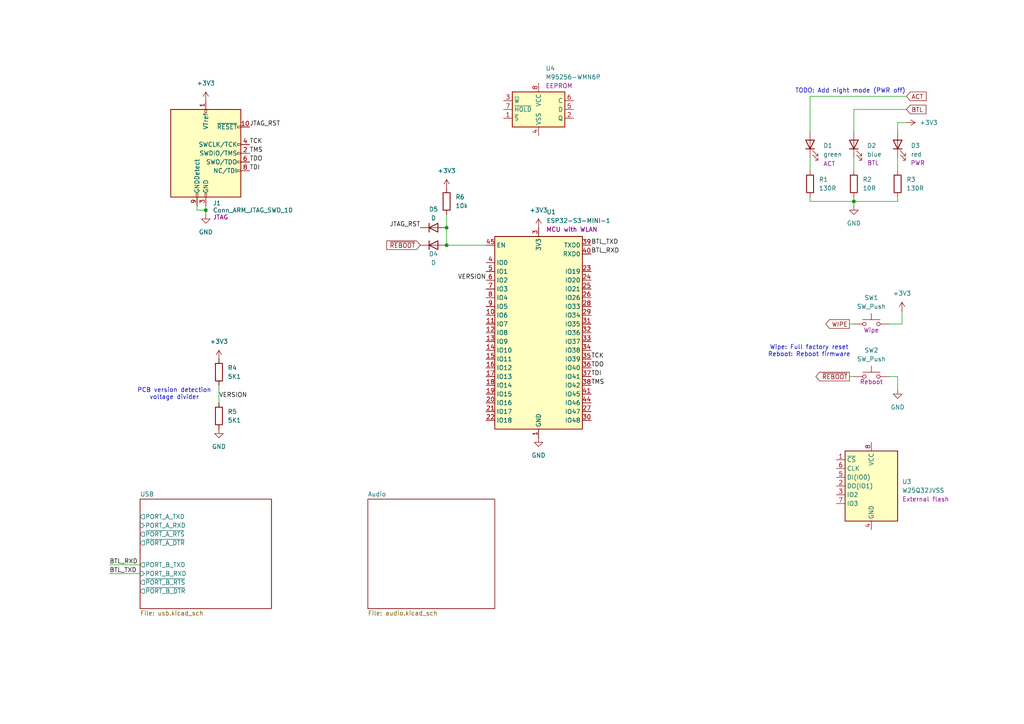
<source format=kicad_sch>
(kicad_sch (version 20231120) (generator "eeschema") (generator_version "8.0")
  (paper "A4")
  (title_block (title "soundbox"))
  (lib_symbols
    (symbol "Connector:Conn_ARM_JTAG_SWD_10" (pin_names (offset 1.016))
      (property "Reference" "J" (at -2.54 16.51 0))
      (property "Value" "Conn_ARM_JTAG_SWD_10" (at -2.54 13.97 0))
      (symbol "Conn_ARM_JTAG_SWD_10_0_1"
        (rectangle (start -10.16 12.7) (end 10.16 -12.7) (stroke (width 0.254)) (fill (type background)))
        (rectangle (start -2.794 -12.7) (end -2.286 -11.684))
        (rectangle (start -0.254 -12.7) (end 0.254 -11.684))
        (rectangle (start -0.254 12.7) (end 0.254 11.684))
        (rectangle (start 9.144 2.286) (end 10.16 2.794))
        (rectangle (start 10.16 -2.794) (end 9.144 -2.286))
        (rectangle (start 10.16 -0.254) (end 9.144 0.254))
        (rectangle (start 10.16 7.874) (end 9.144 7.366))
      )
      (symbol "Conn_ARM_JTAG_SWD_10_1_1"
        (rectangle (start 9.144 -5.334) (end 10.16 -4.826))
        (pin power_in line (at 0 15.24 270) (length 2.54) (name "VTref") (number "1"))
        (pin open_collector line (at 12.7 7.62 180) (length 2.54) (name "~{RESET}") (number "10"))
        (pin bidirectional line (at 12.7 0 180) (length 2.54) (name "SWDIO/TMS") (number "2"))
        (pin power_in line (at 0 -15.24 90) (length 2.54) (name "GND") (number "3"))
        (pin output line (at 12.7 2.54 180) (length 2.54) (name "SWCLK/TCK") (number "4"))
        (pin passive line (at 0 -15.24 90) (length 2.54) hide (name "GND") (number "5"))
        (pin input line (at 12.7 -2.54 180) (length 2.54) (name "SWO/TDO") (number "6"))
        (pin no_connect line (at -10.16 0 0) (length 2.54) hide (name "KEY") (number "7"))
        (pin output line (at 12.7 -5.08 180) (length 2.54) (name "NC/TDI") (number "8"))
        (pin passive line (at -2.54 -15.24 90) (length 2.54) (name "GNDDetect") (number "9"))
      )
    )
    (symbol "Device:D" (pin_numbers hide) (pin_names (offset 1.016) hide)
      (property "Reference" "D" (at 0 2.54 0))
      (property "Value" "D" (at 0 -2.54 0))
      (symbol "D_0_1"
        (polyline (pts (xy -1.27 1.27) (xy -1.27 -1.27)) (stroke (width 0.254)))
        (polyline (pts (xy 1.27 0) (xy -1.27 0)))
        (polyline (pts (xy 1.27 1.27) (xy 1.27 -1.27) (xy -1.27 0) (xy 1.27 1.27)) (stroke (width 0.254)))
      )
      (symbol "D_1_1"
        (pin passive line (at -3.81 0 0) (length 2.54) (name "K") (number "1"))
        (pin passive line (at 3.81 0 180) (length 2.54) (name "A") (number "2"))
      )
    )
    (symbol "Device:LED" (pin_numbers hide) (pin_names (offset 1.016) hide)
      (property "Reference" "D" (at 0 2.54 0))
      (property "Value" "LED" (at 0 -2.54 0))
      (symbol "LED_0_1"
        (polyline (pts (xy -1.27 -1.27) (xy -1.27 1.27)) (stroke (width 0.254)))
        (polyline (pts (xy -1.27 0) (xy 1.27 0)))
        (polyline (pts (xy 1.27 -1.27) (xy 1.27 1.27) (xy -1.27 0) (xy 1.27 -1.27)) (stroke (width 0.254)))
        (polyline (pts (xy -3.048 -0.762) (xy -4.572 -2.286) (xy -3.81 -2.286) (xy -4.572 -2.286) (xy -4.572 -1.524)))
        (polyline (pts (xy -1.778 -0.762) (xy -3.302 -2.286) (xy -2.54 -2.286) (xy -3.302 -2.286) (xy -3.302 -1.524)))
      )
      (symbol "LED_1_1"
        (pin passive line (at -3.81 0 0) (length 2.54) (name "K") (number "1"))
        (pin passive line (at 3.81 0 180) (length 2.54) (name "A") (number "2"))
      )
    )
    (symbol "Device:R" (pin_numbers hide) (pin_names (offset 0))
      (property "Reference" "R" (at 2.032 0 90))
      (property "Value" "R" (at 0 0 90))
      (symbol "R_0_1"
        (rectangle (start -1.016 -2.54) (end 1.016 2.54) (stroke (width 0.254)))
      )
      (symbol "R_1_1"
        (pin passive line (at 0 3.81 270) (length 1.27) (name "~") (number "1"))
        (pin passive line (at 0 -3.81 90) (length 1.27) (name "~") (number "2"))
      )
    )
    (symbol "Memory_EEPROM:M95256-WMN6P"
      (property "Reference" "U" (at -7.62 6.35 0))
      (property "Value" "M95256-WMN6P" (at 2.54 -6.35 0))
      (symbol "M95256-WMN6P_1_1"
        (rectangle (start -7.62 5.08) (end 7.62 -5.08) (stroke (width 0.254)) (fill (type background)))
        (pin input line (at -10.16 -2.54 0) (length 2.54) (name "~{S}") (number "1"))
        (pin output line (at 10.16 -2.54 180) (length 2.54) (name "Q") (number "2"))
        (pin input line (at -10.16 2.54 0) (length 2.54) (name "~{W}") (number "3"))
        (pin power_in line (at 0 -7.62 90) (length 2.54) (name "VSS") (number "4"))
        (pin input line (at 10.16 0 180) (length 2.54) (name "D") (number "5"))
        (pin input line (at 10.16 2.54 180) (length 2.54) (name "C") (number "6"))
        (pin input line (at -10.16 0 0) (length 2.54) (name "~{HOLD}") (number "7"))
        (pin power_in line (at 0 7.62 270) (length 2.54) (name "VCC") (number "8"))
      )
    )
    (symbol "Memory_Flash:W25Q32JVSS"
      (property "Reference" "U" (at -6.35 11.43 0))
      (property "Value" "W25Q32JVSS" (at 7.62 11.43 0))
      (symbol "W25Q32JVSS_0_1"
        (rectangle (start -7.62 10.16) (end 7.62 -10.16) (stroke (width 0.254)) (fill (type background)))
      )
      (symbol "W25Q32JVSS_1_1"
        (pin input line (at -10.16 7.62 0) (length 2.54) (name "~{CS}") (number "1"))
        (pin bidirectional line (at -10.16 0 0) (length 2.54) (name "DO(IO1)") (number "2"))
        (pin bidirectional line (at -10.16 -2.54 0) (length 2.54) (name "IO2") (number "3"))
        (pin power_in line (at 0 -12.7 90) (length 2.54) (name "GND") (number "4"))
        (pin bidirectional line (at -10.16 2.54 0) (length 2.54) (name "DI(IO0)") (number "5"))
        (pin input line (at -10.16 5.08 0) (length 2.54) (name "CLK") (number "6"))
        (pin bidirectional line (at -10.16 -5.08 0) (length 2.54) (name "IO3") (number "7"))
        (pin power_in line (at 0 12.7 270) (length 2.54) (name "VCC") (number "8"))
      )
    )
    (symbol "RF_Module:ESP32-S3-MINI-1"
      (property "Reference" "U" (at -11.43 29.21 0))
      (property "Value" "ESP32-S3-MINI-1" (at 12.7 29.21 0))
      (symbol "ESP32-S3-MINI-1_0_1"
        (rectangle (start -12.7 27.94) (end 12.7 -27.94) (stroke (width 0.254)) (fill (type background)))
      )
      (symbol "ESP32-S3-MINI-1_1_1"
        (pin power_in line (at 0 -30.48 90) (length 2.54) (name "GND") (number "1"))
        (pin bidirectional line (at -15.24 5.08 0) (length 2.54) (name "IO6") (number "10"))
        (pin bidirectional line (at -15.24 2.54 0) (length 2.54) (name "IO7") (number "11"))
        (pin bidirectional line (at -15.24 0 0) (length 2.54) (name "IO8") (number "12"))
        (pin bidirectional line (at -15.24 -2.54 0) (length 2.54) (name "IO9") (number "13"))
        (pin bidirectional line (at -15.24 -5.08 0) (length 2.54) (name "IO10") (number "14"))
        (pin bidirectional line (at -15.24 -7.62 0) (length 2.54) (name "IO11") (number "15"))
        (pin bidirectional line (at -15.24 -10.16 0) (length 2.54) (name "IO12") (number "16"))
        (pin bidirectional line (at -15.24 -12.7 0) (length 2.54) (name "IO13") (number "17"))
        (pin bidirectional line (at -15.24 -15.24 0) (length 2.54) (name "IO14") (number "18"))
        (pin bidirectional line (at -15.24 -17.78 0) (length 2.54) (name "IO15") (number "19"))
        (pin passive line (at 0 -30.48 90) (length 2.54) hide (name "GND") (number "2"))
        (pin bidirectional line (at -15.24 -20.32 0) (length 2.54) (name "IO16") (number "20"))
        (pin bidirectional line (at -15.24 -22.86 0) (length 2.54) (name "IO17") (number "21"))
        (pin bidirectional line (at -15.24 -25.4 0) (length 2.54) (name "IO18") (number "22"))
        (pin bidirectional line (at 15.24 17.78 180) (length 2.54) (name "IO19") (number "23"))
        (pin bidirectional line (at 15.24 15.24 180) (length 2.54) (name "IO20") (number "24"))
        (pin bidirectional line (at 15.24 12.7 180) (length 2.54) (name "IO21") (number "25"))
        (pin bidirectional line (at 15.24 10.16 180) (length 2.54) (name "IO26") (number "26"))
        (pin bidirectional line (at 15.24 -22.86 180) (length 2.54) (name "IO47") (number "27"))
        (pin bidirectional line (at 15.24 7.62 180) (length 2.54) (name "IO33") (number "28"))
        (pin bidirectional line (at 15.24 5.08 180) (length 2.54) (name "IO34") (number "29"))
        (pin power_in line (at 0 30.48 270) (length 2.54) (name "3V3") (number "3"))
        (pin bidirectional line (at 15.24 -25.4 180) (length 2.54) (name "IO48") (number "30"))
        (pin bidirectional line (at 15.24 2.54 180) (length 2.54) (name "IO35") (number "31"))
        (pin bidirectional line (at 15.24 0 180) (length 2.54) (name "IO36") (number "32"))
        (pin bidirectional line (at 15.24 -2.54 180) (length 2.54) (name "IO37") (number "33"))
        (pin bidirectional line (at 15.24 -5.08 180) (length 2.54) (name "IO38") (number "34"))
        (pin bidirectional line (at 15.24 -7.62 180) (length 2.54) (name "IO39") (number "35"))
        (pin bidirectional line (at 15.24 -10.16 180) (length 2.54) (name "IO40") (number "36"))
        (pin bidirectional line (at 15.24 -12.7 180) (length 2.54) (name "IO41") (number "37"))
        (pin bidirectional line (at 15.24 -15.24 180) (length 2.54) (name "IO42") (number "38"))
        (pin bidirectional line (at 15.24 25.4 180) (length 2.54) (name "TXD0") (number "39"))
        (pin bidirectional line (at -15.24 20.32 0) (length 2.54) (name "IO0") (number "4"))
        (pin bidirectional line (at 15.24 22.86 180) (length 2.54) (name "RXD0") (number "40"))
        (pin bidirectional line (at 15.24 -17.78 180) (length 2.54) (name "IO45") (number "41"))
        (pin passive line (at 0 -30.48 90) (length 2.54) hide (name "GND") (number "42"))
        (pin passive line (at 0 -30.48 90) (length 2.54) hide (name "GND") (number "43"))
        (pin bidirectional line (at 15.24 -20.32 180) (length 2.54) (name "IO46") (number "44"))
        (pin input line (at -15.24 25.4 0) (length 2.54) (name "EN") (number "45"))
        (pin passive line (at 0 -30.48 90) (length 2.54) hide (name "GND") (number "46"))
        (pin passive line (at 0 -30.48 90) (length 2.54) hide (name "GND") (number "47"))
        (pin passive line (at 0 -30.48 90) (length 2.54) hide (name "GND") (number "48"))
        (pin passive line (at 0 -30.48 90) (length 2.54) hide (name "GND") (number "49"))
        (pin bidirectional line (at -15.24 17.78 0) (length 2.54) (name "IO1") (number "5"))
        (pin passive line (at 0 -30.48 90) (length 2.54) hide (name "GND") (number "50"))
        (pin passive line (at 0 -30.48 90) (length 2.54) hide (name "GND") (number "51"))
        (pin passive line (at 0 -30.48 90) (length 2.54) hide (name "GND") (number "52"))
        (pin passive line (at 0 -30.48 90) (length 2.54) hide (name "GND") (number "53"))
        (pin passive line (at 0 -30.48 90) (length 2.54) hide (name "GND") (number "54"))
        (pin passive line (at 0 -30.48 90) (length 2.54) hide (name "GND") (number "55"))
        (pin passive line (at 0 -30.48 90) (length 2.54) hide (name "GND") (number "56"))
        (pin passive line (at 0 -30.48 90) (length 2.54) hide (name "GND") (number "57"))
        (pin passive line (at 0 -30.48 90) (length 2.54) hide (name "GND") (number "58"))
        (pin passive line (at 0 -30.48 90) (length 2.54) hide (name "GND") (number "59"))
        (pin bidirectional line (at -15.24 15.24 0) (length 2.54) (name "IO2") (number "6"))
        (pin passive line (at 0 -30.48 90) (length 2.54) hide (name "GND") (number "60"))
        (pin passive line (at 0 -30.48 90) (length 2.54) hide (name "GND") (number "61"))
        (pin passive line (at 0 -30.48 90) (length 2.54) hide (name "GND") (number "62"))
        (pin passive line (at 0 -30.48 90) (length 2.54) hide (name "GND") (number "63"))
        (pin passive line (at 0 -30.48 90) (length 2.54) hide (name "GND") (number "64"))
        (pin passive line (at 0 -30.48 90) (length 2.54) hide (name "GND") (number "65"))
        (pin bidirectional line (at -15.24 12.7 0) (length 2.54) (name "IO3") (number "7"))
        (pin bidirectional line (at -15.24 10.16 0) (length 2.54) (name "IO4") (number "8"))
        (pin bidirectional line (at -15.24 7.62 0) (length 2.54) (name "IO5") (number "9"))
      )
    )
    (symbol "Switch:SW_Push" (pin_numbers hide) (pin_names (offset 1.016) hide)
      (property "Reference" "SW" (at 1.27 2.54 0))
      (property "Value" "SW_Push" (at 0 -1.524 0))
      (symbol "SW_Push_0_1"
        (circle (center -2.032 0) (radius 0.508))
        (polyline (pts (xy 0 1.27) (xy 0 3.048)))
        (polyline (pts (xy 2.54 1.27) (xy -2.54 1.27)))
        (circle (center 2.032 0) (radius 0.508))
        (pin passive line (at -5.08 0 0) (length 2.54) (name "1") (number "1"))
        (pin passive line (at 5.08 0 180) (length 2.54) (name "2") (number "2"))
      )
    )
    (symbol "power:+3V3" (power) (pin_numbers hide) (pin_names (offset 0) hide)
      (property "Value" "+3V3" (at 0 3.556 0))
      (symbol "+3V3_0_1"
        (polyline (pts (xy -0.762 1.27) (xy 0 2.54)))
        (polyline (pts (xy 0 0) (xy 0 2.54)))
        (polyline (pts (xy 0 2.54) (xy 0.762 1.27)))
      )
      (symbol "+3V3_1_1"
        (pin power_in line (at 0 0 90) (length 0) (name "~") (number "1"))
      )
    )
    (symbol "power:GND" (power) (pin_numbers hide) (pin_names (offset 0) hide)
      (property "Value" "GND" (at 0 -3.81 0))
      (symbol "GND_0_1"
        (polyline (pts (xy 0 0) (xy 0 -1.27) (xy 1.27 -1.27) (xy 0 -2.54) (xy -1.27 -1.27) (xy 0 -1.27)))
      )
      (symbol "GND_1_1"
        (pin power_in line (at 0 0 270) (length 0) (name "~") (number "1"))
      )
    )
  )
  (junction (at 129.54 71.12))
  (junction (at 59.69 60.96))
  (junction (at 129.54 66.04))
  (junction (at 247.65 58.42))
  (wire (pts (xy 260.35 57.15) (xy 260.35 58.42)))
  (wire (pts (xy 234.95 58.42) (xy 247.65 58.42)))
  (wire (pts (xy 234.95 45.72) (xy 234.95 49.53)))
  (wire (pts (xy 234.95 27.94) (xy 262.89 27.94)))
  (wire (pts (xy 57.15 59.69) (xy 57.15 60.96)))
  (wire (pts (xy 246.38 109.22) (xy 247.65 109.22)))
  (wire (pts (xy 260.35 109.22) (xy 260.35 113.03)))
  (wire (pts (xy 257.81 93.98) (xy 261.62 93.98)))
  (wire (pts (xy 247.65 38.1) (xy 247.65 31.75)))
  (wire (pts (xy 257.81 109.22) (xy 260.35 109.22)))
  (wire (pts (xy 234.95 38.1) (xy 234.95 27.94)))
  (wire (pts (xy 261.62 90.17) (xy 261.62 93.98)))
  (wire (pts (xy 59.69 62.23) (xy 59.69 60.96)))
  (wire (pts (xy 31.75 166.37) (xy 40.64 166.37)))
  (wire (pts (xy 59.69 60.96) (xy 57.15 60.96)))
  (wire (pts (xy 129.54 66.04) (xy 129.54 71.12)))
  (wire (pts (xy 260.35 35.56) (xy 262.89 35.56)))
  (wire (pts (xy 63.5 111.76) (xy 63.5 116.84)))
  (wire (pts (xy 247.65 58.42) (xy 247.65 59.69)))
  (wire (pts (xy 129.54 71.12) (xy 140.97 71.12)))
  (wire (pts (xy 260.35 38.1) (xy 260.35 35.56)))
  (wire (pts (xy 129.54 62.23) (xy 129.54 66.04)))
  (wire (pts (xy 247.65 45.72) (xy 247.65 49.53)))
  (wire (pts (xy 260.35 45.72) (xy 260.35 49.53)))
  (wire (pts (xy 247.65 57.15) (xy 247.65 58.42)))
  (wire (pts (xy 59.69 59.69) (xy 59.69 60.96)))
  (wire (pts (xy 247.65 31.75) (xy 262.89 31.75)))
  (wire (pts (xy 247.65 58.42) (xy 260.35 58.42)))
  (wire (pts (xy 246.38 93.98) (xy 247.65 93.98)))
  (wire (pts (xy 31.75 163.83) (xy 40.64 163.83)))
  (wire (pts (xy 234.95 57.15) (xy 234.95 58.42)))
  (text "Wipe: Full factory reset\nReboot: Reboot firmware" (at 234.696 101.854 0) (effects (font (size 1.27 1.27))))
  (text "TODO: Add night mode (PWR off)" (at 246.634 26.416 0) (effects (font (size 1.27 1.27))))
  (text "PCB version detection\nvoltage divider" (at 50.546 114.3 0) (effects (font (size 1.27 1.27))))
  (label "VERSION" (at 63.5 115.57 0))
  (label "TCK" (at 72.39 41.91 0))
  (label "TDI" (at 171.45 109.22 0))
  (label "BTL_RXD" (at 171.45 73.66 0))
  (label "TDO" (at 171.45 106.68 0))
  (label "JTAG_RST" (at 121.92 66.04 180))
  (label "BTL_RXD" (at 31.75 163.83 0))
  (label "JTAG_RST" (at 72.39 36.83 0))
  (label "TCK" (at 171.45 104.14 0))
  (label "TDO" (at 72.39 46.99 0))
  (label "BTL_TXD" (at 171.45 71.12 0))
  (label "BTL_TXD" (at 31.75 166.37 0))
  (label "TMS" (at 72.39 44.45 0))
  (label "TMS" (at 171.45 111.76 0))
  (label "VERSION" (at 140.97 81.28 180))
  (label "TDI" (at 72.39 49.53 0))
  (global_label "WIPE" (shape output) (at 246.38 93.98 180) (property "Intersheetrefs" "${INTERSHEET_REFS}" (effects (hide yes))))
  (global_label "~{REBOOT}" (shape output) (at 246.38 109.22 180) (property "Intersheetrefs" "${INTERSHEET_REFS}" (effects (hide yes))))
  (global_label "~{REBOOT}" (shape input) (at 121.92 71.12 180) (property "Intersheetrefs" "${INTERSHEET_REFS}" (effects (hide yes))))
  (global_label "ACT" (shape input) (at 262.89 27.94 0) (property "Intersheetrefs" "${INTERSHEET_REFS}" (effects (hide yes))))
  (global_label "BTL" (shape input) (at 262.89 31.75 0) (property "Intersheetrefs" "${INTERSHEET_REFS}" (effects (hide yes))))
  (symbol (lib_id "power:GND") (at 156.21 127 0) (unit 1)
    (property "Reference" "#PWR015" (effects (hide yes)))
    (property "Value" "GND" (at 156.21 132.08 0))
    (property "Description" "Power symbol creates a global label with name \"GND\" , ground" (effects (hide yes)))
  )
  (symbol (lib_id "power:GND") (at 247.65 59.69 0) (unit 1)
    (property "Reference" "#PWR012" (effects (hide yes)))
    (property "Value" "GND" (at 247.65 64.77 0))
    (property "Description" "Power symbol creates a global label with name \"GND\" , ground" (effects (hide yes)))
  )
  (symbol (lib_id "power:GND") (at 63.5 124.46 0) (unit 1)
    (property "Reference" "#PWR01" (effects (hide yes)))
    (property "Value" "GND" (at 63.5 129.54 0))
    (property "Description" "Power symbol creates a global label with name \"GND\" , ground" (effects (hide yes)))
  )
  (symbol (lib_id "RF_Module:ESP32-S3-MINI-1") (at 156.21 96.52 0) (unit 1)
    (property "Reference" "U1" (at 158.496 61.468 0) (effects (justify left)))
    (property "Value" "ESP32-S3-MINI-1" (at 158.496 64.008 0) (effects (justify left)))
    (property "Footprint" "RF_Module:ESP32-S2-MINI-1" (effects (hide yes)))
    (property "Datasheet" "https://www.espressif.com/sites/default/files/documentation/esp32-s3-mini-1_mini-1u_datasheet_en.pdf" (effects (hide yes)))
    (property "Description" "MCU with WLAN" (at 165.862 66.548 0))
    (property "MPN" "ESP32-S3-MINI-1-N8" (effects (hide yes)))
    (property "Manufacturer" "Espressif Systems" (effects (hide yes)))
  )
  (symbol (lib_id "Memory_Flash:W25Q32JVSS") (at 252.73 140.97 0) (unit 1)
    (property "Reference" "U3" (at 261.62 139.6999 0) (effects (justify left)))
    (property "Value" "W25Q32JVSS" (at 261.62 142.2399 0) (effects (justify left)))
    (property "Footprint" "Package_SO:SOIC-8_5.23x5.23mm_P1.27mm" (effects (hide yes)))
    (property "Datasheet" "http://www.winbond.com/resource-files/w25q32jv%20revg%2003272018%20plus.pdf" (effects (hide yes)))
    (property "Description" "External flash" (at 268.478 144.78 0))
    (property "MPN" "W25Q32JVSSIQ" (effects (hide yes)))
    (property "Manufacturer" "Winbond Electronics" (effects (hide yes)))
  )
  (symbol (lib_id "Connector:Conn_ARM_JTAG_SWD_10") (at 59.69 44.45 0) (unit 1)
    (property "Reference" "J1" (at 61.722 58.928 0) (effects (justify left)))
    (property "Value" "Conn_ARM_JTAG_SWD_10" (at 61.722 60.96 0) (effects (justify left)))
    (property "Datasheet" "https://mm.digikey.com/Volume0/opasdata/d220001/medias/docus/6209/ftsh-1xx-xx-xxx-dv-xxx-xxx-x-xx-mkt.pdf" (effects (hide yes)))
    (property "Description" "JTAG" (at 61.722 62.992 0) (effects (justify left)))
    (property "MPN" "FTSH-105-01-L-DV-007-K-TR" (effects (hide yes)))
    (property "Manufacturer" "samtec" (effects (hide yes)))
  )
  (symbol (lib_id "Switch:SW_Push") (at 252.73 109.22 0) (unit 1)
    (property "Reference" "SW2" (at 252.73 101.6 0))
    (property "Value" "SW_Push" (at 252.73 104.14 0))
    (property "Footprint" "Button_Switch_SMD:SW_SPST_TL3305B" (effects (hide yes)))
    (property "Datasheet" "https://www.e-switch.com/wp-content/uploads/2024/08/TL3305.pdf" (effects (hide yes)))
    (property "Description" "Reboot" (at 252.73 110.744 0))
    (property "MPN" "TL3305BF260QG" (effects (hide yes)))
    (property "Manufacturer" "E-Switch" (effects (hide yes)))
  )
  (symbol (lib_id "power:+3V3") (at 59.69 29.21 0) (unit 1)
    (property "Reference" "#PWR016" (effects (hide yes)))
    (property "Value" "+3V3" (at 59.69 24.13 0))
    (property "Description" "Power symbol creates a global label with name \"+3V3\"" (effects (hide yes)))
  )
  (symbol (lib_id "power:+3V3") (at 156.21 66.04 0) (unit 1)
    (property "Reference" "#PWR014" (effects (hide yes)))
    (property "Value" "+3V3" (at 156.21 60.96 0))
    (property "Description" "Power symbol creates a global label with name \"+3V3\"" (effects (hide yes)))
  )
  (symbol (lib_id "Device:R") (at 129.54 58.42 0) (unit 1)
    (property "Reference" "R6" (at 132.08 57.1499 0) (effects (justify left)))
    (property "Value" "10k" (at 132.08 59.6899 0) (effects (justify left)))
    (property "Description" "Resistor" (effects (hide yes)))
  )
  (symbol (lib_id "power:+3V3") (at 63.5 104.14 0) (unit 1)
    (property "Reference" "#PWR02" (effects (hide yes)))
    (property "Value" "+3V3" (at 63.5 99.06 0))
    (property "Description" "Power symbol creates a global label with name \"+3V3\"" (effects (hide yes)))
  )
  (symbol (lib_id "Device:R") (at 260.35 53.34 0) (unit 1)
    (property "Reference" "R3" (at 262.89 52.0699 0) (effects (justify left)))
    (property "Value" "130R" (at 262.89 54.6099 0) (effects (justify left)))
    (property "Footprint" "Resistor_SMD:R_0603_1608Metric" (effects (hide yes)))
    (property "Datasheet" "https://industrial.panasonic.com/cdbs/www-data/pdf/RDA0000/AOA0000C304.pdf" (effects (hide yes)))
    (property "Description" "Resistor" (effects (hide yes)))
    (property "MPN" "ERJ-3EKF1300V" (effects (hide yes)))
    (property "Manufacturer" "Panasonic Electronic Components" (effects (hide yes)))
  )
  (symbol (lib_id "Switch:SW_Push") (at 252.73 93.98 0) (unit 1)
    (property "Reference" "SW1" (at 252.73 86.36 0))
    (property "Value" "SW_Push" (at 252.73 88.9 0))
    (property "Footprint" "Button_Switch_SMD:SW_SPST_TL3305B" (effects (hide yes)))
    (property "Datasheet" "https://www.e-switch.com/wp-content/uploads/2024/08/TL3305.pdf" (effects (hide yes)))
    (property "Description" "Wipe" (at 252.73 95.758 0))
    (property "MPN" "TL3305BF260QG" (effects (hide yes)))
    (property "Manufacturer" "E-Switch" (effects (hide yes)))
  )
  (symbol (lib_id "power:+3V3") (at 129.54 54.61 0) (unit 1)
    (property "Reference" "#PWR018" (effects (hide yes)))
    (property "Value" "+3V3" (at 129.54 49.53 0))
    (property "Description" "Power symbol creates a global label with name \"+3V3\"" (effects (hide yes)))
  )
  (symbol (lib_id "Device:D") (at 125.73 71.12 0) (unit 1)
    (property "Reference" "D4" (at 125.73 73.66 0))
    (property "Value" "D" (at 125.73 76.2 0))
    (property "Description" "Diode" (effects (hide yes)))
    (property "Sim.Device" "D" (effects (hide yes)))
    (property "Sim.Pins" "1=K 2=A" (effects (hide yes)))
  )
  (symbol (lib_id "Device:R") (at 247.65 53.34 0) (unit 1)
    (property "Reference" "R2" (at 250.19 52.0699 0) (effects (justify left)))
    (property "Value" "10R" (at 250.19 54.6099 0) (effects (justify left)))
    (property "Footprint" "Resistor_SMD:R_0603_1608Metric" (effects (hide yes)))
    (property "Datasheet" "https://industrial.panasonic.com/cdbs/www-data/pdf/RDO0000/AOA0000C331.pdf" (effects (hide yes)))
    (property "Description" "Resistor" (effects (hide yes)))
    (property "MPN" "ERJ-PA3F10R0V" (effects (hide yes)))
    (property "Manufacturer" "Panasonic Electronic Components" (effects (hide yes)))
  )
  (symbol (lib_id "power:+3V3") (at 261.62 90.17 0) (unit 1)
    (property "Reference" "#PWR011" (effects (hide yes)))
    (property "Value" "+3V3" (at 261.62 85.09 0))
    (property "Description" "Power symbol creates a global label with name \"+3V3\"" (effects (hide yes)))
  )
  (symbol (lib_id "power:GND") (at 59.69 62.23 0) (unit 1)
    (property "Reference" "#PWR017" (effects (hide yes)))
    (property "Value" "GND" (at 59.69 67.31 0))
    (property "Description" "Power symbol creates a global label with name \"GND\" , ground" (effects (hide yes)))
  )
  (symbol (lib_id "Device:D") (at 125.73 66.04 0) (unit 1)
    (property "Reference" "D5" (at 125.73 60.706 0))
    (property "Value" "D" (at 125.73 63.246 0))
    (property "Description" "Diode" (effects (hide yes)))
    (property "Sim.Device" "D" (effects (hide yes)))
    (property "Sim.Pins" "1=K 2=A" (effects (hide yes)))
  )
  (symbol (lib_id "Device:R") (at 63.5 120.65 0) (unit 1)
    (property "Reference" "R5" (at 66.04 119.3799 0) (effects (justify left)))
    (property "Value" "5K1" (at 66.04 121.9199 0) (effects (justify left)))
    (property "Footprint" "Resistor_SMD:R_0603_1608Metric" (effects (hide yes)))
    (property "Datasheet" "https://industrial.panasonic.com/cdbs/www-data/pdf/RDA0000/AOA0000C304.pdf" (effects (hide yes)))
    (property "Description" "Resistor" (effects (hide yes)))
    (property "MPN" "ERJ-3EKF5101V" (effects (hide yes)))
    (property "Manufacturer" "Panasonic Electronic Components" (effects (hide yes)))
  )
  (symbol (lib_id "Device:LED") (at 234.95 41.91 90) (unit 1)
    (property "Reference" "D1" (at 238.76 42.2274 90) (effects (justify right)))
    (property "Value" "green" (at 238.76 44.7674 90) (effects (justify right)))
    (property "Footprint" "LED_SMD:LED_1206_3216Metric" (effects (hide yes)))
    (property "Datasheet" "https://s3-us-west-2.amazonaws.com/catsy.557/Dialight_CBI_data_598-1206_Apr2018.pdf" (effects (hide yes)))
    (property "Description" "ACT" (at 240.538 47.498 90))
    (property "MPN" "598-8270-107F" (effects (hide yes)))
    (property "Manufacturer" "Dialight" (effects (hide yes)))
  )
  (symbol (lib_id "Device:R") (at 63.5 107.95 0) (unit 1)
    (property "Reference" "R4" (at 66.04 106.6799 0) (effects (justify left)))
    (property "Value" "5K1" (at 66.04 109.2199 0) (effects (justify left)))
    (property "Footprint" "Resistor_SMD:R_0603_1608Metric" (effects (hide yes)))
    (property "Datasheet" "https://industrial.panasonic.com/cdbs/www-data/pdf/RDA0000/AOA0000C304.pdf" (effects (hide yes)))
    (property "Description" "Resistor" (effects (hide yes)))
    (property "MPN" "ERJ-3EKF5101V" (effects (hide yes)))
    (property "Manufacturer" "Panasonic Electronic Components" (effects (hide yes)))
  )
  (symbol (lib_id "Device:R") (at 234.95 53.34 0) (unit 1)
    (property "Reference" "R1" (at 237.49 52.0699 0) (effects (justify left)))
    (property "Value" "130R" (at 237.49 54.6099 0) (effects (justify left)))
    (property "Footprint" "Resistor_SMD:R_0603_1608Metric" (effects (hide yes)))
    (property "Datasheet" "https://industrial.panasonic.com/cdbs/www-data/pdf/RDA0000/AOA0000C304.pdf" (effects (hide yes)))
    (property "Description" "Resistor" (effects (hide yes)))
    (property "MPN" "ERJ-3EKF1300V" (effects (hide yes)))
    (property "Manufacturer" "Panasonic Electronic Components" (effects (hide yes)))
  )
  (symbol (lib_id "Memory_EEPROM:M95256-WMN6P") (at 156.21 31.75 0) (unit 1)
    (property "Reference" "U4" (at 158.242 19.812 0) (effects (justify left)))
    (property "Value" "M95256-WMN6P" (at 158.242 22.352 0) (effects (justify left)))
    (property "Footprint" "Package_SO:SOIC-8_3.9x4.9mm_P1.27mm" (effects (hide yes)))
    (property "Datasheet" "http://www.st.com/content/ccc/resource/technical/document/datasheet/9d/75/f0/3e/76/00/4c/0b/CD00103810.pdf/files/CD00103810.pdf/jcr:content/translations/en.CD00103810.pdf" (effects (hide yes)))
    (property "Description" "EEPROM" (at 162.1439 24.892 0))
    (property "MPN" "M95256-WMN6P" (effects (hide yes)))
    (property "Manufacturer" "STMicroelectronics" (effects (hide yes)))
  )
  (symbol (lib_id "Device:LED") (at 260.35 41.91 90) (unit 1)
    (property "Reference" "D3" (at 264.16 42.2274 90) (effects (justify right)))
    (property "Value" "red" (at 264.16 44.7674 90) (effects (justify right)))
    (property "Footprint" "LED_SMD:LED_1206_3216Metric" (effects (hide yes)))
    (property "Datasheet" "https://s3-us-west-2.amazonaws.com/catsy.557/Dialight_CBI_data_598-1206_Apr2018.pdf" (effects (hide yes)))
    (property "Description" "PWR" (at 266.192 47.244 90))
    (property "MPN" "598-8210-107F" (effects (hide yes)))
    (property "Manufacturer" "Dialight" (effects (hide yes)))
  )
  (symbol (lib_id "power:GND") (at 260.35 113.03 0) (unit 1)
    (property "Reference" "#PWR019" (effects (hide yes)))
    (property "Value" "GND" (at 260.35 118.11 0))
    (property "Description" "Power symbol creates a global label with name \"GND\" , ground" (effects (hide yes)))
  )
  (symbol (lib_id "power:+3V3") (at 262.89 35.56 270) (unit 1)
    (property "Reference" "#PWR013" (effects (hide yes)))
    (property "Value" "+3V3" (at 266.7 35.5599 90) (effects (justify left)))
    (property "Description" "Power symbol creates a global label with name \"+3V3\"" (effects (hide yes)))
  )
  (symbol (lib_id "Device:LED") (at 247.65 41.91 90) (unit 1)
    (property "Reference" "D2" (at 251.46 42.2274 90) (effects (justify right)))
    (property "Value" "blue" (at 251.46 44.7674 90) (effects (justify right)))
    (property "Footprint" "LED_SMD:LED_1206_3216Metric" (effects (hide yes)))
    (property "Datasheet" "https://s3-us-west-2.amazonaws.com/catsy.557/Dialight_CBI_data_598-1206_Apr2018.pdf" (effects (hide yes)))
    (property "Description" "BTL" (at 253.238 47.244 90))
    (property "MPN" "598-8291-107F" (effects (hide yes)))
    (property "Manufacturer" "Dialight" (effects (hide yes)))
  )
  (sheet (at 40.64 144.78) (size 38.1 31.75) (stroke (width 0.1524))
    (property "Sheetname" "USB" (at 40.64 144.0684 0) (effects (justify left bottom)))
    (property "Sheetfile" "usb.kicad_sch" (at 40.64 177.1146 0) (effects (justify left top)))
    (pin "PORT_A_TXD" output (at 40.64 149.86 180))
    (pin "PORT_A_RXD" input (at 40.64 152.4 180))
    (pin "PORT_B_TXD" output (at 40.64 163.83 180))
    (pin "PORT_B_RXD" input (at 40.64 166.37 180))
    (pin "~{PORT_B_RTS}" output (at 40.64 168.91 180))
    (pin "~{PORT_B_DTR}" output (at 40.64 171.45 180))
    (pin "~{PORT_A_RTS}" output (at 40.64 154.94 180))
    (pin "~{PORT_A_DTR}" output (at 40.64 157.48 180))
  )
  (sheet (at 106.68 144.78) (size 36.83 31.75) (stroke (width 0.1524))
    (property "Sheetname" "Audio" (at 106.68 144.0684 0) (effects (justify left bottom)))
    (property "Sheetfile" "audio.kicad_sch" (at 106.68 177.1146 0) (effects (justify left top)))
  )
)
</source>
